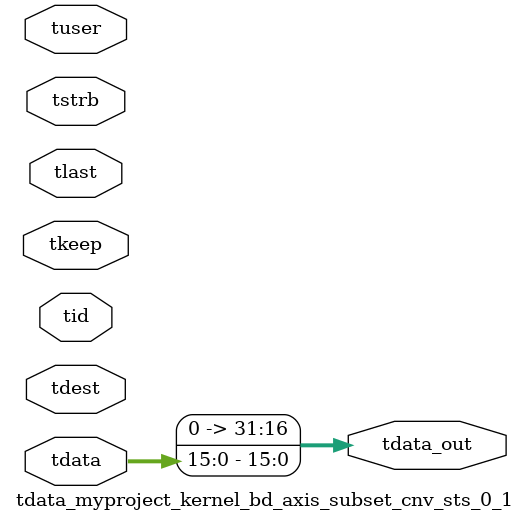
<source format=v>


`timescale 1ps/1ps

module tdata_myproject_kernel_bd_axis_subset_cnv_sts_0_1 #
(
parameter C_S_AXIS_TDATA_WIDTH = 32,
parameter C_S_AXIS_TUSER_WIDTH = 0,
parameter C_S_AXIS_TID_WIDTH   = 0,
parameter C_S_AXIS_TDEST_WIDTH = 0,
parameter C_M_AXIS_TDATA_WIDTH = 32
)
(
input  [(C_S_AXIS_TDATA_WIDTH == 0 ? 1 : C_S_AXIS_TDATA_WIDTH)-1:0     ] tdata,
input  [(C_S_AXIS_TUSER_WIDTH == 0 ? 1 : C_S_AXIS_TUSER_WIDTH)-1:0     ] tuser,
input  [(C_S_AXIS_TID_WIDTH   == 0 ? 1 : C_S_AXIS_TID_WIDTH)-1:0       ] tid,
input  [(C_S_AXIS_TDEST_WIDTH == 0 ? 1 : C_S_AXIS_TDEST_WIDTH)-1:0     ] tdest,
input  [(C_S_AXIS_TDATA_WIDTH/8)-1:0 ] tkeep,
input  [(C_S_AXIS_TDATA_WIDTH/8)-1:0 ] tstrb,
input                                                                    tlast,
output [C_M_AXIS_TDATA_WIDTH-1:0] tdata_out
);

assign tdata_out = {16'b0000000000000000,tdata[15:0]};

endmodule


</source>
